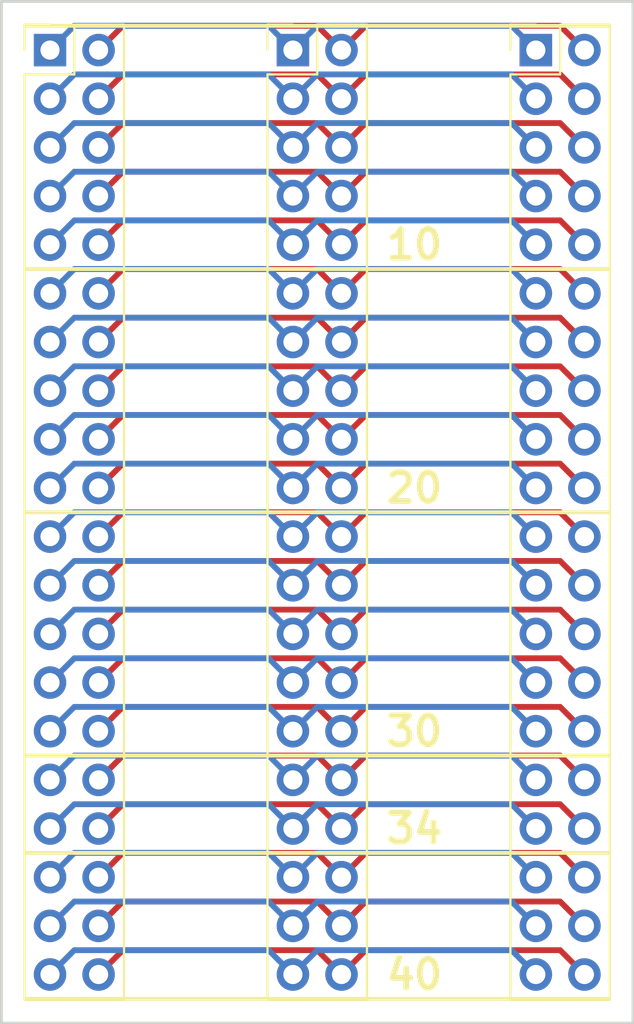
<source format=kicad_pcb>
(kicad_pcb (version 4) (host pcbnew 4.0.5)

  (general
    (links 80)
    (no_connects 0)
    (area 121.844999 93.904999 155.015001 147.395001)
    (thickness 1.6)
    (drawings 15)
    (tracks 241)
    (zones 0)
    (modules 3)
    (nets 41)
  )

  (page A4)
  (layers
    (0 F.Cu signal)
    (31 B.Cu signal)
    (32 B.Adhes user)
    (33 F.Adhes user)
    (34 B.Paste user)
    (35 F.Paste user)
    (36 B.SilkS user)
    (37 F.SilkS user)
    (38 B.Mask user)
    (39 F.Mask user)
    (40 Dwgs.User user)
    (41 Cmts.User user)
    (42 Eco1.User user)
    (43 Eco2.User user)
    (44 Edge.Cuts user)
    (45 Margin user)
    (46 B.CrtYd user)
    (47 F.CrtYd user)
    (48 B.Fab user)
    (49 F.Fab user)
  )

  (setup
    (last_trace_width 0.25)
    (user_trace_width 0.3048)
    (trace_clearance 0.2)
    (zone_clearance 0.508)
    (zone_45_only no)
    (trace_min 0.2)
    (segment_width 0.2)
    (edge_width 0.15)
    (via_size 0.6)
    (via_drill 0.4)
    (via_min_size 0.4)
    (via_min_drill 0.3)
    (uvia_size 0.3)
    (uvia_drill 0.1)
    (uvias_allowed no)
    (uvia_min_size 0.2)
    (uvia_min_drill 0.1)
    (pcb_text_width 0.3)
    (pcb_text_size 1.5 1.5)
    (mod_edge_width 0.15)
    (mod_text_size 1 1)
    (mod_text_width 0.15)
    (pad_size 1.524 1.524)
    (pad_drill 0.762)
    (pad_to_mask_clearance 0.2)
    (aux_axis_origin 0 0)
    (visible_elements FFFFFF7F)
    (pcbplotparams
      (layerselection 0x00030_80000001)
      (usegerberextensions false)
      (excludeedgelayer true)
      (linewidth 0.100000)
      (plotframeref false)
      (viasonmask false)
      (mode 1)
      (useauxorigin false)
      (hpglpennumber 1)
      (hpglpenspeed 20)
      (hpglpendiameter 15)
      (hpglpenoverlay 2)
      (psnegative false)
      (psa4output false)
      (plotreference true)
      (plotvalue true)
      (plotinvisibletext false)
      (padsonsilk false)
      (subtractmaskfromsilk false)
      (outputformat 1)
      (mirror false)
      (drillshape 1)
      (scaleselection 1)
      (outputdirectory ""))
  )

  (net 0 "")
  (net 1 p1)
  (net 2 p2)
  (net 3 p3)
  (net 4 p4)
  (net 5 p5)
  (net 6 p6)
  (net 7 p7)
  (net 8 p8)
  (net 9 p9)
  (net 10 p10)
  (net 11 p11)
  (net 12 p12)
  (net 13 p13)
  (net 14 p14)
  (net 15 p15)
  (net 16 p16)
  (net 17 p17)
  (net 18 p18)
  (net 19 p19)
  (net 20 p20)
  (net 21 p21)
  (net 22 p22)
  (net 23 p23)
  (net 24 p24)
  (net 25 p25)
  (net 26 p26)
  (net 27 p27)
  (net 28 p28)
  (net 29 p29)
  (net 30 p30)
  (net 31 p31)
  (net 32 p32)
  (net 33 p33)
  (net 34 p34)
  (net 35 p35)
  (net 36 p36)
  (net 37 p37)
  (net 38 p38)
  (net 39 p39)
  (net 40 p40)

  (net_class Default "This is the default net class."
    (clearance 0.2)
    (trace_width 0.25)
    (via_dia 0.6)
    (via_drill 0.4)
    (uvia_dia 0.3)
    (uvia_drill 0.1)
    (add_net p1)
    (add_net p10)
    (add_net p11)
    (add_net p12)
    (add_net p13)
    (add_net p14)
    (add_net p15)
    (add_net p16)
    (add_net p17)
    (add_net p18)
    (add_net p19)
    (add_net p2)
    (add_net p20)
    (add_net p21)
    (add_net p22)
    (add_net p23)
    (add_net p24)
    (add_net p25)
    (add_net p26)
    (add_net p27)
    (add_net p28)
    (add_net p29)
    (add_net p3)
    (add_net p30)
    (add_net p31)
    (add_net p32)
    (add_net p33)
    (add_net p34)
    (add_net p35)
    (add_net p36)
    (add_net p37)
    (add_net p38)
    (add_net p39)
    (add_net p4)
    (add_net p40)
    (add_net p5)
    (add_net p6)
    (add_net p7)
    (add_net p8)
    (add_net p9)
  )

  (module Pin_Headers:Pin_Header_Straight_2x20_Pitch2.54mm (layer F.Cu) (tedit 5E513FEF) (tstamp 5E513B2C)
    (at 124.46 96.52)
    (descr "Through hole straight pin header, 2x20, 2.54mm pitch, double rows")
    (tags "Through hole pin header THT 2x20 2.54mm double row")
    (path /5E513D1F)
    (fp_text reference P1 (at 5.08 0) (layer F.SilkS) hide
      (effects (font (size 1 1) (thickness 0.15)))
    )
    (fp_text value CONN_02X20 (at 5.08 3.81 90) (layer F.Fab)
      (effects (font (size 1 1) (thickness 0.15)))
    )
    (fp_line (start 0 -1.27) (end 3.81 -1.27) (layer F.Fab) (width 0.1))
    (fp_line (start 3.81 -1.27) (end 3.81 49.53) (layer F.Fab) (width 0.1))
    (fp_line (start 3.81 49.53) (end -1.27 49.53) (layer F.Fab) (width 0.1))
    (fp_line (start -1.27 49.53) (end -1.27 0) (layer F.Fab) (width 0.1))
    (fp_line (start -1.27 0) (end 0 -1.27) (layer F.Fab) (width 0.1))
    (fp_line (start -1.33 49.59) (end 3.87 49.59) (layer F.SilkS) (width 0.12))
    (fp_line (start -1.33 1.27) (end -1.33 49.59) (layer F.SilkS) (width 0.12))
    (fp_line (start 3.87 -1.33) (end 3.87 49.59) (layer F.SilkS) (width 0.12))
    (fp_line (start -1.33 1.27) (end 1.27 1.27) (layer F.SilkS) (width 0.12))
    (fp_line (start 1.27 1.27) (end 1.27 -1.33) (layer F.SilkS) (width 0.12))
    (fp_line (start 1.27 -1.33) (end 3.87 -1.33) (layer F.SilkS) (width 0.12))
    (fp_line (start -1.33 0) (end -1.33 -1.33) (layer F.SilkS) (width 0.12))
    (fp_line (start -1.33 -1.33) (end 0 -1.33) (layer F.SilkS) (width 0.12))
    (fp_line (start -1.8 -1.8) (end -1.8 50.05) (layer F.CrtYd) (width 0.05))
    (fp_line (start -1.8 50.05) (end 4.35 50.05) (layer F.CrtYd) (width 0.05))
    (fp_line (start 4.35 50.05) (end 4.35 -1.8) (layer F.CrtYd) (width 0.05))
    (fp_line (start 4.35 -1.8) (end -1.8 -1.8) (layer F.CrtYd) (width 0.05))
    (fp_text user %R (at 1.27 24.13 90) (layer F.Fab)
      (effects (font (size 1 1) (thickness 0.15)))
    )
    (pad 1 thru_hole rect (at 0 0) (size 1.7 1.7) (drill 1) (layers *.Cu *.Mask)
      (net 1 p1))
    (pad 2 thru_hole oval (at 2.54 0) (size 1.7 1.7) (drill 1) (layers *.Cu *.Mask)
      (net 2 p2))
    (pad 3 thru_hole oval (at 0 2.54) (size 1.7 1.7) (drill 1) (layers *.Cu *.Mask)
      (net 3 p3))
    (pad 4 thru_hole oval (at 2.54 2.54) (size 1.7 1.7) (drill 1) (layers *.Cu *.Mask)
      (net 4 p4))
    (pad 5 thru_hole oval (at 0 5.08) (size 1.7 1.7) (drill 1) (layers *.Cu *.Mask)
      (net 5 p5))
    (pad 6 thru_hole oval (at 2.54 5.08) (size 1.7 1.7) (drill 1) (layers *.Cu *.Mask)
      (net 6 p6))
    (pad 7 thru_hole oval (at 0 7.62) (size 1.7 1.7) (drill 1) (layers *.Cu *.Mask)
      (net 7 p7))
    (pad 8 thru_hole oval (at 2.54 7.62) (size 1.7 1.7) (drill 1) (layers *.Cu *.Mask)
      (net 8 p8))
    (pad 9 thru_hole oval (at 0 10.16) (size 1.7 1.7) (drill 1) (layers *.Cu *.Mask)
      (net 9 p9))
    (pad 10 thru_hole oval (at 2.54 10.16) (size 1.7 1.7) (drill 1) (layers *.Cu *.Mask)
      (net 10 p10))
    (pad 11 thru_hole oval (at 0 12.7) (size 1.7 1.7) (drill 1) (layers *.Cu *.Mask)
      (net 11 p11))
    (pad 12 thru_hole oval (at 2.54 12.7) (size 1.7 1.7) (drill 1) (layers *.Cu *.Mask)
      (net 12 p12))
    (pad 13 thru_hole oval (at 0 15.24) (size 1.7 1.7) (drill 1) (layers *.Cu *.Mask)
      (net 13 p13))
    (pad 14 thru_hole oval (at 2.54 15.24) (size 1.7 1.7) (drill 1) (layers *.Cu *.Mask)
      (net 14 p14))
    (pad 15 thru_hole oval (at 0 17.78) (size 1.7 1.7) (drill 1) (layers *.Cu *.Mask)
      (net 15 p15))
    (pad 16 thru_hole oval (at 2.54 17.78) (size 1.7 1.7) (drill 1) (layers *.Cu *.Mask)
      (net 16 p16))
    (pad 17 thru_hole oval (at 0 20.32) (size 1.7 1.7) (drill 1) (layers *.Cu *.Mask)
      (net 17 p17))
    (pad 18 thru_hole oval (at 2.54 20.32) (size 1.7 1.7) (drill 1) (layers *.Cu *.Mask)
      (net 18 p18))
    (pad 19 thru_hole oval (at 0 22.86) (size 1.7 1.7) (drill 1) (layers *.Cu *.Mask)
      (net 19 p19))
    (pad 20 thru_hole oval (at 2.54 22.86) (size 1.7 1.7) (drill 1) (layers *.Cu *.Mask)
      (net 20 p20))
    (pad 21 thru_hole oval (at 0 25.4) (size 1.7 1.7) (drill 1) (layers *.Cu *.Mask)
      (net 21 p21))
    (pad 22 thru_hole oval (at 2.54 25.4) (size 1.7 1.7) (drill 1) (layers *.Cu *.Mask)
      (net 22 p22))
    (pad 23 thru_hole oval (at 0 27.94) (size 1.7 1.7) (drill 1) (layers *.Cu *.Mask)
      (net 23 p23))
    (pad 24 thru_hole oval (at 2.54 27.94) (size 1.7 1.7) (drill 1) (layers *.Cu *.Mask)
      (net 24 p24))
    (pad 25 thru_hole oval (at 0 30.48) (size 1.7 1.7) (drill 1) (layers *.Cu *.Mask)
      (net 25 p25))
    (pad 26 thru_hole oval (at 2.54 30.48) (size 1.7 1.7) (drill 1) (layers *.Cu *.Mask)
      (net 26 p26))
    (pad 27 thru_hole oval (at 0 33.02) (size 1.7 1.7) (drill 1) (layers *.Cu *.Mask)
      (net 27 p27))
    (pad 28 thru_hole oval (at 2.54 33.02) (size 1.7 1.7) (drill 1) (layers *.Cu *.Mask)
      (net 28 p28))
    (pad 29 thru_hole oval (at 0 35.56) (size 1.7 1.7) (drill 1) (layers *.Cu *.Mask)
      (net 29 p29))
    (pad 30 thru_hole oval (at 2.54 35.56) (size 1.7 1.7) (drill 1) (layers *.Cu *.Mask)
      (net 30 p30))
    (pad 31 thru_hole oval (at 0 38.1) (size 1.7 1.7) (drill 1) (layers *.Cu *.Mask)
      (net 31 p31))
    (pad 32 thru_hole oval (at 2.54 38.1) (size 1.7 1.7) (drill 1) (layers *.Cu *.Mask)
      (net 32 p32))
    (pad 33 thru_hole oval (at 0 40.64) (size 1.7 1.7) (drill 1) (layers *.Cu *.Mask)
      (net 33 p33))
    (pad 34 thru_hole oval (at 2.54 40.64) (size 1.7 1.7) (drill 1) (layers *.Cu *.Mask)
      (net 34 p34))
    (pad 35 thru_hole oval (at 0 43.18) (size 1.7 1.7) (drill 1) (layers *.Cu *.Mask)
      (net 35 p35))
    (pad 36 thru_hole oval (at 2.54 43.18) (size 1.7 1.7) (drill 1) (layers *.Cu *.Mask)
      (net 36 p36))
    (pad 37 thru_hole oval (at 0 45.72) (size 1.7 1.7) (drill 1) (layers *.Cu *.Mask)
      (net 37 p37))
    (pad 38 thru_hole oval (at 2.54 45.72) (size 1.7 1.7) (drill 1) (layers *.Cu *.Mask)
      (net 38 p38))
    (pad 39 thru_hole oval (at 0 48.26) (size 1.7 1.7) (drill 1) (layers *.Cu *.Mask)
      (net 39 p39))
    (pad 40 thru_hole oval (at 2.54 48.26) (size 1.7 1.7) (drill 1) (layers *.Cu *.Mask)
      (net 40 p40))
    (model ${KISYS3DMOD}/Pin_Headers.3dshapes/Pin_Header_Straight_2x20_Pitch2.54mm.wrl
      (at (xyz 0 0 0))
      (scale (xyz 1 1 1))
      (rotate (xyz 0 0 0))
    )
  )

  (module Pin_Headers:Pin_Header_Straight_2x20_Pitch2.54mm (layer F.Cu) (tedit 5E513FE8) (tstamp 5E513B58)
    (at 137.16 96.52)
    (descr "Through hole straight pin header, 2x20, 2.54mm pitch, double rows")
    (tags "Through hole pin header THT 2x20 2.54mm double row")
    (path /5E51380B)
    (fp_text reference P2 (at -2.54 0) (layer F.SilkS) hide
      (effects (font (size 1 1) (thickness 0.15)))
    )
    (fp_text value CONN_02X20 (at 5.08 3.81 90) (layer F.Fab)
      (effects (font (size 1 1) (thickness 0.15)))
    )
    (fp_line (start 0 -1.27) (end 3.81 -1.27) (layer F.Fab) (width 0.1))
    (fp_line (start 3.81 -1.27) (end 3.81 49.53) (layer F.Fab) (width 0.1))
    (fp_line (start 3.81 49.53) (end -1.27 49.53) (layer F.Fab) (width 0.1))
    (fp_line (start -1.27 49.53) (end -1.27 0) (layer F.Fab) (width 0.1))
    (fp_line (start -1.27 0) (end 0 -1.27) (layer F.Fab) (width 0.1))
    (fp_line (start -1.33 49.59) (end 3.87 49.59) (layer F.SilkS) (width 0.12))
    (fp_line (start -1.33 1.27) (end -1.33 49.59) (layer F.SilkS) (width 0.12))
    (fp_line (start 3.87 -1.33) (end 3.87 49.59) (layer F.SilkS) (width 0.12))
    (fp_line (start -1.33 1.27) (end 1.27 1.27) (layer F.SilkS) (width 0.12))
    (fp_line (start 1.27 1.27) (end 1.27 -1.33) (layer F.SilkS) (width 0.12))
    (fp_line (start 1.27 -1.33) (end 3.87 -1.33) (layer F.SilkS) (width 0.12))
    (fp_line (start -1.33 0) (end -1.33 -1.33) (layer F.SilkS) (width 0.12))
    (fp_line (start -1.33 -1.33) (end 0 -1.33) (layer F.SilkS) (width 0.12))
    (fp_line (start -1.8 -1.8) (end -1.8 50.05) (layer F.CrtYd) (width 0.05))
    (fp_line (start -1.8 50.05) (end 4.35 50.05) (layer F.CrtYd) (width 0.05))
    (fp_line (start 4.35 50.05) (end 4.35 -1.8) (layer F.CrtYd) (width 0.05))
    (fp_line (start 4.35 -1.8) (end -1.8 -1.8) (layer F.CrtYd) (width 0.05))
    (fp_text user %R (at 1.27 24.13 90) (layer F.Fab)
      (effects (font (size 1 1) (thickness 0.15)))
    )
    (pad 1 thru_hole rect (at 0 0) (size 1.7 1.7) (drill 1) (layers *.Cu *.Mask)
      (net 1 p1))
    (pad 2 thru_hole oval (at 2.54 0) (size 1.7 1.7) (drill 1) (layers *.Cu *.Mask)
      (net 2 p2))
    (pad 3 thru_hole oval (at 0 2.54) (size 1.7 1.7) (drill 1) (layers *.Cu *.Mask)
      (net 3 p3))
    (pad 4 thru_hole oval (at 2.54 2.54) (size 1.7 1.7) (drill 1) (layers *.Cu *.Mask)
      (net 4 p4))
    (pad 5 thru_hole oval (at 0 5.08) (size 1.7 1.7) (drill 1) (layers *.Cu *.Mask)
      (net 5 p5))
    (pad 6 thru_hole oval (at 2.54 5.08) (size 1.7 1.7) (drill 1) (layers *.Cu *.Mask)
      (net 6 p6))
    (pad 7 thru_hole oval (at 0 7.62) (size 1.7 1.7) (drill 1) (layers *.Cu *.Mask)
      (net 7 p7))
    (pad 8 thru_hole oval (at 2.54 7.62) (size 1.7 1.7) (drill 1) (layers *.Cu *.Mask)
      (net 8 p8))
    (pad 9 thru_hole oval (at 0 10.16) (size 1.7 1.7) (drill 1) (layers *.Cu *.Mask)
      (net 9 p9))
    (pad 10 thru_hole oval (at 2.54 10.16) (size 1.7 1.7) (drill 1) (layers *.Cu *.Mask)
      (net 10 p10))
    (pad 11 thru_hole oval (at 0 12.7) (size 1.7 1.7) (drill 1) (layers *.Cu *.Mask)
      (net 11 p11))
    (pad 12 thru_hole oval (at 2.54 12.7) (size 1.7 1.7) (drill 1) (layers *.Cu *.Mask)
      (net 12 p12))
    (pad 13 thru_hole oval (at 0 15.24) (size 1.7 1.7) (drill 1) (layers *.Cu *.Mask)
      (net 13 p13))
    (pad 14 thru_hole oval (at 2.54 15.24) (size 1.7 1.7) (drill 1) (layers *.Cu *.Mask)
      (net 14 p14))
    (pad 15 thru_hole oval (at 0 17.78) (size 1.7 1.7) (drill 1) (layers *.Cu *.Mask)
      (net 15 p15))
    (pad 16 thru_hole oval (at 2.54 17.78) (size 1.7 1.7) (drill 1) (layers *.Cu *.Mask)
      (net 16 p16))
    (pad 17 thru_hole oval (at 0 20.32) (size 1.7 1.7) (drill 1) (layers *.Cu *.Mask)
      (net 17 p17))
    (pad 18 thru_hole oval (at 2.54 20.32) (size 1.7 1.7) (drill 1) (layers *.Cu *.Mask)
      (net 18 p18))
    (pad 19 thru_hole oval (at 0 22.86) (size 1.7 1.7) (drill 1) (layers *.Cu *.Mask)
      (net 19 p19))
    (pad 20 thru_hole oval (at 2.54 22.86) (size 1.7 1.7) (drill 1) (layers *.Cu *.Mask)
      (net 20 p20))
    (pad 21 thru_hole oval (at 0 25.4) (size 1.7 1.7) (drill 1) (layers *.Cu *.Mask)
      (net 21 p21))
    (pad 22 thru_hole oval (at 2.54 25.4) (size 1.7 1.7) (drill 1) (layers *.Cu *.Mask)
      (net 22 p22))
    (pad 23 thru_hole oval (at 0 27.94) (size 1.7 1.7) (drill 1) (layers *.Cu *.Mask)
      (net 23 p23))
    (pad 24 thru_hole oval (at 2.54 27.94) (size 1.7 1.7) (drill 1) (layers *.Cu *.Mask)
      (net 24 p24))
    (pad 25 thru_hole oval (at 0 30.48) (size 1.7 1.7) (drill 1) (layers *.Cu *.Mask)
      (net 25 p25))
    (pad 26 thru_hole oval (at 2.54 30.48) (size 1.7 1.7) (drill 1) (layers *.Cu *.Mask)
      (net 26 p26))
    (pad 27 thru_hole oval (at 0 33.02) (size 1.7 1.7) (drill 1) (layers *.Cu *.Mask)
      (net 27 p27))
    (pad 28 thru_hole oval (at 2.54 33.02) (size 1.7 1.7) (drill 1) (layers *.Cu *.Mask)
      (net 28 p28))
    (pad 29 thru_hole oval (at 0 35.56) (size 1.7 1.7) (drill 1) (layers *.Cu *.Mask)
      (net 29 p29))
    (pad 30 thru_hole oval (at 2.54 35.56) (size 1.7 1.7) (drill 1) (layers *.Cu *.Mask)
      (net 30 p30))
    (pad 31 thru_hole oval (at 0 38.1) (size 1.7 1.7) (drill 1) (layers *.Cu *.Mask)
      (net 31 p31))
    (pad 32 thru_hole oval (at 2.54 38.1) (size 1.7 1.7) (drill 1) (layers *.Cu *.Mask)
      (net 32 p32))
    (pad 33 thru_hole oval (at 0 40.64) (size 1.7 1.7) (drill 1) (layers *.Cu *.Mask)
      (net 33 p33))
    (pad 34 thru_hole oval (at 2.54 40.64) (size 1.7 1.7) (drill 1) (layers *.Cu *.Mask)
      (net 34 p34))
    (pad 35 thru_hole oval (at 0 43.18) (size 1.7 1.7) (drill 1) (layers *.Cu *.Mask)
      (net 35 p35))
    (pad 36 thru_hole oval (at 2.54 43.18) (size 1.7 1.7) (drill 1) (layers *.Cu *.Mask)
      (net 36 p36))
    (pad 37 thru_hole oval (at 0 45.72) (size 1.7 1.7) (drill 1) (layers *.Cu *.Mask)
      (net 37 p37))
    (pad 38 thru_hole oval (at 2.54 45.72) (size 1.7 1.7) (drill 1) (layers *.Cu *.Mask)
      (net 38 p38))
    (pad 39 thru_hole oval (at 0 48.26) (size 1.7 1.7) (drill 1) (layers *.Cu *.Mask)
      (net 39 p39))
    (pad 40 thru_hole oval (at 2.54 48.26) (size 1.7 1.7) (drill 1) (layers *.Cu *.Mask)
      (net 40 p40))
    (model ${KISYS3DMOD}/Pin_Headers.3dshapes/Pin_Header_Straight_2x20_Pitch2.54mm.wrl
      (at (xyz 0 0 0))
      (scale (xyz 1 1 1))
      (rotate (xyz 0 0 0))
    )
  )

  (module Pin_Headers:Pin_Header_Straight_2x20_Pitch2.54mm (layer F.Cu) (tedit 5E513FF7) (tstamp 5E513B84)
    (at 149.86 96.52)
    (descr "Through hole straight pin header, 2x20, 2.54mm pitch, double rows")
    (tags "Through hole pin header THT 2x20 2.54mm double row")
    (path /5E513D99)
    (fp_text reference P3 (at -2.54 0) (layer F.SilkS) hide
      (effects (font (size 1 1) (thickness 0.15)))
    )
    (fp_text value CONN_02X20 (at -2.54 3.81 90) (layer F.Fab)
      (effects (font (size 1 1) (thickness 0.15)))
    )
    (fp_line (start 0 -1.27) (end 3.81 -1.27) (layer F.Fab) (width 0.1))
    (fp_line (start 3.81 -1.27) (end 3.81 49.53) (layer F.Fab) (width 0.1))
    (fp_line (start 3.81 49.53) (end -1.27 49.53) (layer F.Fab) (width 0.1))
    (fp_line (start -1.27 49.53) (end -1.27 0) (layer F.Fab) (width 0.1))
    (fp_line (start -1.27 0) (end 0 -1.27) (layer F.Fab) (width 0.1))
    (fp_line (start -1.33 49.59) (end 3.87 49.59) (layer F.SilkS) (width 0.12))
    (fp_line (start -1.33 1.27) (end -1.33 49.59) (layer F.SilkS) (width 0.12))
    (fp_line (start 3.87 -1.33) (end 3.87 49.59) (layer F.SilkS) (width 0.12))
    (fp_line (start -1.33 1.27) (end 1.27 1.27) (layer F.SilkS) (width 0.12))
    (fp_line (start 1.27 1.27) (end 1.27 -1.33) (layer F.SilkS) (width 0.12))
    (fp_line (start 1.27 -1.33) (end 3.87 -1.33) (layer F.SilkS) (width 0.12))
    (fp_line (start -1.33 0) (end -1.33 -1.33) (layer F.SilkS) (width 0.12))
    (fp_line (start -1.33 -1.33) (end 0 -1.33) (layer F.SilkS) (width 0.12))
    (fp_line (start -1.8 -1.8) (end -1.8 50.05) (layer F.CrtYd) (width 0.05))
    (fp_line (start -1.8 50.05) (end 4.35 50.05) (layer F.CrtYd) (width 0.05))
    (fp_line (start 4.35 50.05) (end 4.35 -1.8) (layer F.CrtYd) (width 0.05))
    (fp_line (start 4.35 -1.8) (end -1.8 -1.8) (layer F.CrtYd) (width 0.05))
    (fp_text user %R (at 1.27 24.13 90) (layer F.Fab)
      (effects (font (size 1 1) (thickness 0.15)))
    )
    (pad 1 thru_hole rect (at 0 0) (size 1.7 1.7) (drill 1) (layers *.Cu *.Mask)
      (net 1 p1))
    (pad 2 thru_hole oval (at 2.54 0) (size 1.7 1.7) (drill 1) (layers *.Cu *.Mask)
      (net 2 p2))
    (pad 3 thru_hole oval (at 0 2.54) (size 1.7 1.7) (drill 1) (layers *.Cu *.Mask)
      (net 3 p3))
    (pad 4 thru_hole oval (at 2.54 2.54) (size 1.7 1.7) (drill 1) (layers *.Cu *.Mask)
      (net 4 p4))
    (pad 5 thru_hole oval (at 0 5.08) (size 1.7 1.7) (drill 1) (layers *.Cu *.Mask)
      (net 5 p5))
    (pad 6 thru_hole oval (at 2.54 5.08) (size 1.7 1.7) (drill 1) (layers *.Cu *.Mask)
      (net 6 p6))
    (pad 7 thru_hole oval (at 0 7.62) (size 1.7 1.7) (drill 1) (layers *.Cu *.Mask)
      (net 7 p7))
    (pad 8 thru_hole oval (at 2.54 7.62) (size 1.7 1.7) (drill 1) (layers *.Cu *.Mask)
      (net 8 p8))
    (pad 9 thru_hole oval (at 0 10.16) (size 1.7 1.7) (drill 1) (layers *.Cu *.Mask)
      (net 9 p9))
    (pad 10 thru_hole oval (at 2.54 10.16) (size 1.7 1.7) (drill 1) (layers *.Cu *.Mask)
      (net 10 p10))
    (pad 11 thru_hole oval (at 0 12.7) (size 1.7 1.7) (drill 1) (layers *.Cu *.Mask)
      (net 11 p11))
    (pad 12 thru_hole oval (at 2.54 12.7) (size 1.7 1.7) (drill 1) (layers *.Cu *.Mask)
      (net 12 p12))
    (pad 13 thru_hole oval (at 0 15.24) (size 1.7 1.7) (drill 1) (layers *.Cu *.Mask)
      (net 13 p13))
    (pad 14 thru_hole oval (at 2.54 15.24) (size 1.7 1.7) (drill 1) (layers *.Cu *.Mask)
      (net 14 p14))
    (pad 15 thru_hole oval (at 0 17.78) (size 1.7 1.7) (drill 1) (layers *.Cu *.Mask)
      (net 15 p15))
    (pad 16 thru_hole oval (at 2.54 17.78) (size 1.7 1.7) (drill 1) (layers *.Cu *.Mask)
      (net 16 p16))
    (pad 17 thru_hole oval (at 0 20.32) (size 1.7 1.7) (drill 1) (layers *.Cu *.Mask)
      (net 17 p17))
    (pad 18 thru_hole oval (at 2.54 20.32) (size 1.7 1.7) (drill 1) (layers *.Cu *.Mask)
      (net 18 p18))
    (pad 19 thru_hole oval (at 0 22.86) (size 1.7 1.7) (drill 1) (layers *.Cu *.Mask)
      (net 19 p19))
    (pad 20 thru_hole oval (at 2.54 22.86) (size 1.7 1.7) (drill 1) (layers *.Cu *.Mask)
      (net 20 p20))
    (pad 21 thru_hole oval (at 0 25.4) (size 1.7 1.7) (drill 1) (layers *.Cu *.Mask)
      (net 21 p21))
    (pad 22 thru_hole oval (at 2.54 25.4) (size 1.7 1.7) (drill 1) (layers *.Cu *.Mask)
      (net 22 p22))
    (pad 23 thru_hole oval (at 0 27.94) (size 1.7 1.7) (drill 1) (layers *.Cu *.Mask)
      (net 23 p23))
    (pad 24 thru_hole oval (at 2.54 27.94) (size 1.7 1.7) (drill 1) (layers *.Cu *.Mask)
      (net 24 p24))
    (pad 25 thru_hole oval (at 0 30.48) (size 1.7 1.7) (drill 1) (layers *.Cu *.Mask)
      (net 25 p25))
    (pad 26 thru_hole oval (at 2.54 30.48) (size 1.7 1.7) (drill 1) (layers *.Cu *.Mask)
      (net 26 p26))
    (pad 27 thru_hole oval (at 0 33.02) (size 1.7 1.7) (drill 1) (layers *.Cu *.Mask)
      (net 27 p27))
    (pad 28 thru_hole oval (at 2.54 33.02) (size 1.7 1.7) (drill 1) (layers *.Cu *.Mask)
      (net 28 p28))
    (pad 29 thru_hole oval (at 0 35.56) (size 1.7 1.7) (drill 1) (layers *.Cu *.Mask)
      (net 29 p29))
    (pad 30 thru_hole oval (at 2.54 35.56) (size 1.7 1.7) (drill 1) (layers *.Cu *.Mask)
      (net 30 p30))
    (pad 31 thru_hole oval (at 0 38.1) (size 1.7 1.7) (drill 1) (layers *.Cu *.Mask)
      (net 31 p31))
    (pad 32 thru_hole oval (at 2.54 38.1) (size 1.7 1.7) (drill 1) (layers *.Cu *.Mask)
      (net 32 p32))
    (pad 33 thru_hole oval (at 0 40.64) (size 1.7 1.7) (drill 1) (layers *.Cu *.Mask)
      (net 33 p33))
    (pad 34 thru_hole oval (at 2.54 40.64) (size 1.7 1.7) (drill 1) (layers *.Cu *.Mask)
      (net 34 p34))
    (pad 35 thru_hole oval (at 0 43.18) (size 1.7 1.7) (drill 1) (layers *.Cu *.Mask)
      (net 35 p35))
    (pad 36 thru_hole oval (at 2.54 43.18) (size 1.7 1.7) (drill 1) (layers *.Cu *.Mask)
      (net 36 p36))
    (pad 37 thru_hole oval (at 0 45.72) (size 1.7 1.7) (drill 1) (layers *.Cu *.Mask)
      (net 37 p37))
    (pad 38 thru_hole oval (at 2.54 45.72) (size 1.7 1.7) (drill 1) (layers *.Cu *.Mask)
      (net 38 p38))
    (pad 39 thru_hole oval (at 0 48.26) (size 1.7 1.7) (drill 1) (layers *.Cu *.Mask)
      (net 39 p39))
    (pad 40 thru_hole oval (at 2.54 48.26) (size 1.7 1.7) (drill 1) (layers *.Cu *.Mask)
      (net 40 p40))
    (model ${KISYS3DMOD}/Pin_Headers.3dshapes/Pin_Header_Straight_2x20_Pitch2.54mm.wrl
      (at (xyz 0 0 0))
      (scale (xyz 1 1 1))
      (rotate (xyz 0 0 0))
    )
  )

  (gr_text 34 (at 143.51 137.16) (layer F.SilkS)
    (effects (font (size 1.5 1.5) (thickness 0.3)))
  )
  (gr_text 40 (at 143.51 144.78) (layer F.SilkS)
    (effects (font (size 1.5 1.5) (thickness 0.3)))
  )
  (gr_text 30 (at 143.51 132.08) (layer F.SilkS)
    (effects (font (size 1.5 1.5) (thickness 0.3)))
  )
  (gr_text 20 (at 143.51 119.38) (layer F.SilkS)
    (effects (font (size 1.5 1.5) (thickness 0.3)))
  )
  (gr_text 10 (at 143.51 106.68) (layer F.SilkS)
    (effects (font (size 1.5 1.5) (thickness 0.3)))
  )
  (gr_line (start 123.19 146.05) (end 153.67 146.05) (angle 90) (layer F.SilkS) (width 0.2))
  (gr_line (start 123.19 95.25) (end 153.67 95.25) (angle 90) (layer F.SilkS) (width 0.2))
  (gr_line (start 123.19 138.43) (end 153.67 138.43) (angle 90) (layer F.SilkS) (width 0.2))
  (gr_line (start 123.19 133.35) (end 153.67 133.35) (angle 90) (layer F.SilkS) (width 0.2))
  (gr_line (start 123.19 120.65) (end 153.67 120.65) (angle 90) (layer F.SilkS) (width 0.2))
  (gr_line (start 123.19 107.95) (end 153.67 107.95) (angle 90) (layer F.SilkS) (width 0.2))
  (gr_line (start 121.92 93.98) (end 121.92 147.32) (angle 90) (layer Edge.Cuts) (width 0.15))
  (gr_line (start 154.94 93.98) (end 121.92 93.98) (angle 90) (layer Edge.Cuts) (width 0.15))
  (gr_line (start 154.94 147.32) (end 154.94 93.98) (angle 90) (layer Edge.Cuts) (width 0.15))
  (gr_line (start 121.92 147.32) (end 154.94 147.32) (angle 90) (layer Edge.Cuts) (width 0.15))

  (segment (start 124.46 96.52) (end 125.73 95.25) (width 0.3048) (layer B.Cu) (net 1))
  (segment (start 135.89 95.25) (end 137.16 96.52) (width 0.3048) (layer B.Cu) (net 1) (tstamp 5E513DD0))
  (segment (start 125.73 95.25) (end 135.89 95.25) (width 0.3048) (layer B.Cu) (net 1) (tstamp 5E513DCF))
  (segment (start 137.16 96.52) (end 138.43 95.25) (width 0.3048) (layer B.Cu) (net 1) (tstamp 5E513DD1))
  (segment (start 138.43 95.25) (end 148.59 95.25) (width 0.3048) (layer B.Cu) (net 1) (tstamp 5E513DD2))
  (segment (start 148.59 95.25) (end 149.86 96.52) (width 0.3048) (layer B.Cu) (net 1) (tstamp 5E513DD3))
  (segment (start 139.7 96.52) (end 140.97 95.25) (width 0.3048) (layer F.Cu) (net 2))
  (segment (start 151.13 95.25) (end 152.4 96.52) (width 0.3048) (layer F.Cu) (net 2) (tstamp 5E513D44))
  (segment (start 140.97 95.25) (end 151.13 95.25) (width 0.3048) (layer F.Cu) (net 2) (tstamp 5E513D43))
  (segment (start 127 96.52) (end 128.27 95.25) (width 0.3048) (layer F.Cu) (net 2))
  (segment (start 138.43 95.25) (end 139.7 96.52) (width 0.3048) (layer F.Cu) (net 2) (tstamp 5E513D40))
  (segment (start 128.27 95.25) (end 138.43 95.25) (width 0.3048) (layer F.Cu) (net 2) (tstamp 5E513D3F))
  (segment (start 124.46 99.06) (end 125.73 97.79) (width 0.3048) (layer B.Cu) (net 3))
  (segment (start 135.89 97.79) (end 137.16 99.06) (width 0.3048) (layer B.Cu) (net 3) (tstamp 5E513DD7))
  (segment (start 125.73 97.79) (end 135.89 97.79) (width 0.3048) (layer B.Cu) (net 3) (tstamp 5E513DD6))
  (segment (start 137.16 99.06) (end 138.43 97.79) (width 0.3048) (layer B.Cu) (net 3) (tstamp 5E513DD8))
  (segment (start 138.43 97.79) (end 148.59 97.79) (width 0.3048) (layer B.Cu) (net 3) (tstamp 5E513DD9))
  (segment (start 148.59 97.79) (end 149.86 99.06) (width 0.3048) (layer B.Cu) (net 3) (tstamp 5E513DDA))
  (segment (start 139.7 99.06) (end 140.97 97.79) (width 0.3048) (layer F.Cu) (net 4))
  (segment (start 151.13 97.79) (end 152.4 99.06) (width 0.3048) (layer F.Cu) (net 4) (tstamp 5E513D4D))
  (segment (start 140.97 97.79) (end 151.13 97.79) (width 0.3048) (layer F.Cu) (net 4) (tstamp 5E513D4C))
  (segment (start 139.7 99.06) (end 138.43 97.79) (width 0.3048) (layer F.Cu) (net 4))
  (segment (start 128.27 97.79) (end 138.43 97.79) (width 0.3048) (layer F.Cu) (net 4) (tstamp 5E513D47))
  (segment (start 128.27 97.79) (end 127 99.06) (width 0.3048) (layer F.Cu) (net 4))
  (segment (start 124.46 101.6) (end 125.73 100.33) (width 0.3048) (layer B.Cu) (net 5))
  (segment (start 135.89 100.33) (end 137.16 101.6) (width 0.3048) (layer B.Cu) (net 5) (tstamp 5E513DDE))
  (segment (start 125.73 100.33) (end 135.89 100.33) (width 0.3048) (layer B.Cu) (net 5) (tstamp 5E513DDD))
  (segment (start 137.16 101.6) (end 138.43 100.33) (width 0.3048) (layer B.Cu) (net 5) (tstamp 5E513DDF))
  (segment (start 138.43 100.33) (end 148.59 100.33) (width 0.3048) (layer B.Cu) (net 5) (tstamp 5E513DE0))
  (segment (start 148.59 100.33) (end 149.86 101.6) (width 0.3048) (layer B.Cu) (net 5) (tstamp 5E513DE1))
  (segment (start 127 101.6) (end 128.27 100.33) (width 0.3048) (layer F.Cu) (net 6))
  (segment (start 138.43 100.33) (end 139.7 101.6) (width 0.3048) (layer F.Cu) (net 6) (tstamp 5E513D51))
  (segment (start 128.27 100.33) (end 138.43 100.33) (width 0.3048) (layer F.Cu) (net 6) (tstamp 5E513D50))
  (segment (start 139.7 101.6) (end 140.97 100.33) (width 0.3048) (layer F.Cu) (net 6) (tstamp 5E513D52))
  (segment (start 140.97 100.33) (end 151.13 100.33) (width 0.3048) (layer F.Cu) (net 6) (tstamp 5E513D53))
  (segment (start 151.13 100.33) (end 152.4 101.6) (width 0.3048) (layer F.Cu) (net 6) (tstamp 5E513D54))
  (segment (start 124.46 104.14) (end 125.73 102.87) (width 0.3048) (layer B.Cu) (net 7))
  (segment (start 135.89 102.87) (end 137.16 104.14) (width 0.3048) (layer B.Cu) (net 7) (tstamp 5E513DE5))
  (segment (start 125.73 102.87) (end 135.89 102.87) (width 0.3048) (layer B.Cu) (net 7) (tstamp 5E513DE4))
  (segment (start 137.16 104.14) (end 138.43 102.87) (width 0.3048) (layer B.Cu) (net 7) (tstamp 5E513DE6))
  (segment (start 138.43 102.87) (end 148.59 102.87) (width 0.3048) (layer B.Cu) (net 7) (tstamp 5E513DE7))
  (segment (start 148.59 102.87) (end 149.86 104.14) (width 0.3048) (layer B.Cu) (net 7) (tstamp 5E513DE8))
  (segment (start 127 104.14) (end 128.27 102.87) (width 0.3048) (layer F.Cu) (net 8))
  (segment (start 138.43 102.87) (end 139.7 104.14) (width 0.3048) (layer F.Cu) (net 8) (tstamp 5E513D59))
  (segment (start 128.27 102.87) (end 138.43 102.87) (width 0.3048) (layer F.Cu) (net 8) (tstamp 5E513D58))
  (segment (start 139.7 104.14) (end 140.97 102.87) (width 0.3048) (layer F.Cu) (net 8) (tstamp 5E513D5A))
  (segment (start 140.97 102.87) (end 151.13 102.87) (width 0.3048) (layer F.Cu) (net 8) (tstamp 5E513D5B))
  (segment (start 151.13 102.87) (end 152.4 104.14) (width 0.3048) (layer F.Cu) (net 8) (tstamp 5E513D5C))
  (segment (start 124.46 106.68) (end 125.73 105.41) (width 0.3048) (layer B.Cu) (net 9))
  (segment (start 135.89 105.41) (end 137.16 106.68) (width 0.3048) (layer B.Cu) (net 9) (tstamp 5E513DEC))
  (segment (start 125.73 105.41) (end 135.89 105.41) (width 0.3048) (layer B.Cu) (net 9) (tstamp 5E513DEB))
  (segment (start 137.16 106.68) (end 138.43 105.41) (width 0.3048) (layer B.Cu) (net 9) (tstamp 5E513DED))
  (segment (start 138.43 105.41) (end 148.59 105.41) (width 0.3048) (layer B.Cu) (net 9) (tstamp 5E513DEE))
  (segment (start 148.59 105.41) (end 149.86 106.68) (width 0.3048) (layer B.Cu) (net 9) (tstamp 5E513DEF))
  (segment (start 127 106.68) (end 128.27 105.41) (width 0.3048) (layer F.Cu) (net 10))
  (segment (start 138.43 105.41) (end 139.7 106.68) (width 0.3048) (layer F.Cu) (net 10) (tstamp 5E513D60))
  (segment (start 128.27 105.41) (end 138.43 105.41) (width 0.3048) (layer F.Cu) (net 10) (tstamp 5E513D5F))
  (segment (start 139.7 106.68) (end 140.97 105.41) (width 0.3048) (layer F.Cu) (net 10) (tstamp 5E513D61))
  (segment (start 140.97 105.41) (end 151.13 105.41) (width 0.3048) (layer F.Cu) (net 10) (tstamp 5E513D62))
  (segment (start 151.13 105.41) (end 152.4 106.68) (width 0.3048) (layer F.Cu) (net 10) (tstamp 5E513D63))
  (segment (start 124.46 109.22) (end 125.73 107.95) (width 0.3048) (layer B.Cu) (net 11))
  (segment (start 125.73 107.95) (end 135.89 107.95) (width 0.3048) (layer B.Cu) (net 11) (tstamp 5E513DF8))
  (segment (start 135.89 107.95) (end 137.16 109.22) (width 0.3048) (layer B.Cu) (net 11) (tstamp 5E513DF9))
  (segment (start 137.16 109.22) (end 138.43 107.95) (width 0.3048) (layer B.Cu) (net 11) (tstamp 5E513DFA))
  (segment (start 138.43 107.95) (end 148.59 107.95) (width 0.3048) (layer B.Cu) (net 11) (tstamp 5E513DFB))
  (segment (start 148.59 107.95) (end 149.86 109.22) (width 0.3048) (layer B.Cu) (net 11) (tstamp 5E513DFC))
  (segment (start 125.73 107.95) (end 135.89 107.95) (width 0.3048) (layer B.Cu) (net 11) (tstamp 5E513DF2))
  (segment (start 127 109.22) (end 128.27 107.95) (width 0.3048) (layer F.Cu) (net 12))
  (segment (start 138.43 107.95) (end 139.7 109.22) (width 0.3048) (layer F.Cu) (net 12) (tstamp 5E513D67))
  (segment (start 128.27 107.95) (end 138.43 107.95) (width 0.3048) (layer F.Cu) (net 12) (tstamp 5E513D66))
  (segment (start 139.7 109.22) (end 140.97 107.95) (width 0.3048) (layer F.Cu) (net 12) (tstamp 5E513D68))
  (segment (start 140.97 107.95) (end 151.13 107.95) (width 0.3048) (layer F.Cu) (net 12) (tstamp 5E513D69))
  (segment (start 151.13 107.95) (end 152.4 109.22) (width 0.3048) (layer F.Cu) (net 12) (tstamp 5E513D6A))
  (segment (start 124.46 111.76) (end 125.73 110.49) (width 0.3048) (layer B.Cu) (net 13))
  (segment (start 135.89 110.49) (end 137.16 111.76) (width 0.3048) (layer B.Cu) (net 13) (tstamp 5E513E00))
  (segment (start 125.73 110.49) (end 135.89 110.49) (width 0.3048) (layer B.Cu) (net 13) (tstamp 5E513DFF))
  (segment (start 137.16 111.76) (end 138.43 110.49) (width 0.3048) (layer B.Cu) (net 13) (tstamp 5E513E01))
  (segment (start 138.43 110.49) (end 148.59 110.49) (width 0.3048) (layer B.Cu) (net 13) (tstamp 5E513E02))
  (segment (start 148.59 110.49) (end 149.86 111.76) (width 0.3048) (layer B.Cu) (net 13) (tstamp 5E513E03))
  (segment (start 127 111.76) (end 128.27 110.49) (width 0.3048) (layer F.Cu) (net 14))
  (segment (start 138.43 110.49) (end 139.7 111.76) (width 0.3048) (layer F.Cu) (net 14) (tstamp 5E513D6E))
  (segment (start 128.27 110.49) (end 138.43 110.49) (width 0.3048) (layer F.Cu) (net 14) (tstamp 5E513D6D))
  (segment (start 139.7 111.76) (end 140.97 110.49) (width 0.3048) (layer F.Cu) (net 14) (tstamp 5E513D6F))
  (segment (start 140.97 110.49) (end 151.13 110.49) (width 0.3048) (layer F.Cu) (net 14) (tstamp 5E513D70))
  (segment (start 151.13 110.49) (end 152.4 111.76) (width 0.3048) (layer F.Cu) (net 14) (tstamp 5E513D71))
  (segment (start 149.86 114.3) (end 148.59 113.03) (width 0.3048) (layer B.Cu) (net 15))
  (segment (start 138.43 113.03) (end 148.59 113.03) (width 0.3048) (layer B.Cu) (net 15) (tstamp 5E513E09))
  (segment (start 138.43 113.03) (end 137.16 114.3) (width 0.3048) (layer B.Cu) (net 15) (tstamp 5E513E08))
  (segment (start 124.46 114.3) (end 125.73 113.03) (width 0.3048) (layer B.Cu) (net 15))
  (segment (start 135.89 113.03) (end 137.16 114.3) (width 0.3048) (layer B.Cu) (net 15) (tstamp 5E513E07))
  (segment (start 125.73 113.03) (end 135.89 113.03) (width 0.3048) (layer B.Cu) (net 15) (tstamp 5E513E06))
  (segment (start 127 114.3) (end 128.27 113.03) (width 0.3048) (layer F.Cu) (net 16))
  (segment (start 138.43 113.03) (end 139.7 114.3) (width 0.3048) (layer F.Cu) (net 16) (tstamp 5E513D75))
  (segment (start 128.27 113.03) (end 138.43 113.03) (width 0.3048) (layer F.Cu) (net 16) (tstamp 5E513D74))
  (segment (start 139.7 114.3) (end 140.97 113.03) (width 0.3048) (layer F.Cu) (net 16) (tstamp 5E513D76))
  (segment (start 140.97 113.03) (end 151.13 113.03) (width 0.3048) (layer F.Cu) (net 16) (tstamp 5E513D77))
  (segment (start 151.13 113.03) (end 152.4 114.3) (width 0.3048) (layer F.Cu) (net 16) (tstamp 5E513D78))
  (segment (start 124.46 116.84) (end 125.73 115.57) (width 0.3048) (layer B.Cu) (net 17))
  (segment (start 135.89 115.57) (end 137.16 116.84) (width 0.3048) (layer B.Cu) (net 17) (tstamp 5E513E0F))
  (segment (start 125.73 115.57) (end 135.89 115.57) (width 0.3048) (layer B.Cu) (net 17) (tstamp 5E513E0E))
  (segment (start 137.16 116.84) (end 138.43 115.57) (width 0.3048) (layer B.Cu) (net 17) (tstamp 5E513E10))
  (segment (start 138.43 115.57) (end 148.59 115.57) (width 0.3048) (layer B.Cu) (net 17) (tstamp 5E513E11))
  (segment (start 148.59 115.57) (end 149.86 116.84) (width 0.3048) (layer B.Cu) (net 17) (tstamp 5E513E12))
  (segment (start 127 116.84) (end 128.27 115.57) (width 0.3048) (layer F.Cu) (net 18))
  (segment (start 138.43 115.57) (end 139.7 116.84) (width 0.3048) (layer F.Cu) (net 18) (tstamp 5E513D7C))
  (segment (start 128.27 115.57) (end 138.43 115.57) (width 0.3048) (layer F.Cu) (net 18) (tstamp 5E513D7B))
  (segment (start 139.7 116.84) (end 140.97 115.57) (width 0.3048) (layer F.Cu) (net 18) (tstamp 5E513D7D))
  (segment (start 140.97 115.57) (end 151.13 115.57) (width 0.3048) (layer F.Cu) (net 18) (tstamp 5E513D7E))
  (segment (start 151.13 115.57) (end 152.4 116.84) (width 0.3048) (layer F.Cu) (net 18) (tstamp 5E513D7F))
  (segment (start 124.46 119.38) (end 125.73 118.11) (width 0.3048) (layer B.Cu) (net 19))
  (segment (start 135.89 118.11) (end 137.16 119.38) (width 0.3048) (layer B.Cu) (net 19) (tstamp 5E513E16))
  (segment (start 125.73 118.11) (end 135.89 118.11) (width 0.3048) (layer B.Cu) (net 19) (tstamp 5E513E15))
  (segment (start 137.16 119.38) (end 138.43 118.11) (width 0.3048) (layer B.Cu) (net 19) (tstamp 5E513E17))
  (segment (start 138.43 118.11) (end 148.59 118.11) (width 0.3048) (layer B.Cu) (net 19) (tstamp 5E513E18))
  (segment (start 148.59 118.11) (end 149.86 119.38) (width 0.3048) (layer B.Cu) (net 19) (tstamp 5E513E19))
  (segment (start 127 119.38) (end 128.27 118.11) (width 0.3048) (layer F.Cu) (net 20))
  (segment (start 138.43 118.11) (end 139.7 119.38) (width 0.3048) (layer F.Cu) (net 20) (tstamp 5E513D83))
  (segment (start 128.27 118.11) (end 138.43 118.11) (width 0.3048) (layer F.Cu) (net 20) (tstamp 5E513D82))
  (segment (start 139.7 119.38) (end 140.97 118.11) (width 0.3048) (layer F.Cu) (net 20) (tstamp 5E513D84))
  (segment (start 140.97 118.11) (end 151.13 118.11) (width 0.3048) (layer F.Cu) (net 20) (tstamp 5E513D85))
  (segment (start 151.13 118.11) (end 152.4 119.38) (width 0.3048) (layer F.Cu) (net 20) (tstamp 5E513D86))
  (segment (start 124.46 121.92) (end 125.73 120.65) (width 0.3048) (layer B.Cu) (net 21))
  (segment (start 135.89 120.65) (end 137.16 121.92) (width 0.3048) (layer B.Cu) (net 21) (tstamp 5E513E1D))
  (segment (start 125.73 120.65) (end 135.89 120.65) (width 0.3048) (layer B.Cu) (net 21) (tstamp 5E513E1C))
  (segment (start 137.16 121.92) (end 138.43 120.65) (width 0.3048) (layer B.Cu) (net 21) (tstamp 5E513E1E))
  (segment (start 138.43 120.65) (end 148.59 120.65) (width 0.3048) (layer B.Cu) (net 21) (tstamp 5E513E1F))
  (segment (start 148.59 120.65) (end 149.86 121.92) (width 0.3048) (layer B.Cu) (net 21) (tstamp 5E513E20))
  (segment (start 127 121.92) (end 128.27 120.65) (width 0.3048) (layer F.Cu) (net 22))
  (segment (start 138.43 120.65) (end 139.7 121.92) (width 0.3048) (layer F.Cu) (net 22) (tstamp 5E513D8A))
  (segment (start 128.27 120.65) (end 138.43 120.65) (width 0.3048) (layer F.Cu) (net 22) (tstamp 5E513D89))
  (segment (start 139.7 121.92) (end 140.97 120.65) (width 0.3048) (layer F.Cu) (net 22) (tstamp 5E513D8B))
  (segment (start 140.97 120.65) (end 151.13 120.65) (width 0.3048) (layer F.Cu) (net 22) (tstamp 5E513D8C))
  (segment (start 151.13 120.65) (end 152.4 121.92) (width 0.3048) (layer F.Cu) (net 22) (tstamp 5E513D8D))
  (segment (start 124.46 124.46) (end 125.73 123.19) (width 0.3048) (layer B.Cu) (net 23))
  (segment (start 135.89 123.19) (end 137.16 124.46) (width 0.3048) (layer B.Cu) (net 23) (tstamp 5E513E24))
  (segment (start 125.73 123.19) (end 135.89 123.19) (width 0.3048) (layer B.Cu) (net 23) (tstamp 5E513E23))
  (segment (start 137.16 124.46) (end 138.43 123.19) (width 0.3048) (layer B.Cu) (net 23) (tstamp 5E513E25))
  (segment (start 138.43 123.19) (end 148.59 123.19) (width 0.3048) (layer B.Cu) (net 23) (tstamp 5E513E26))
  (segment (start 148.59 123.19) (end 149.86 124.46) (width 0.3048) (layer B.Cu) (net 23) (tstamp 5E513E27))
  (segment (start 127 124.46) (end 128.27 123.19) (width 0.3048) (layer F.Cu) (net 24))
  (segment (start 138.43 123.19) (end 139.7 124.46) (width 0.3048) (layer F.Cu) (net 24) (tstamp 5E513D91))
  (segment (start 128.27 123.19) (end 138.43 123.19) (width 0.3048) (layer F.Cu) (net 24) (tstamp 5E513D90))
  (segment (start 139.7 124.46) (end 140.97 123.19) (width 0.3048) (layer F.Cu) (net 24) (tstamp 5E513D92))
  (segment (start 140.97 123.19) (end 151.13 123.19) (width 0.3048) (layer F.Cu) (net 24) (tstamp 5E513D93))
  (segment (start 151.13 123.19) (end 152.4 124.46) (width 0.3048) (layer F.Cu) (net 24) (tstamp 5E513D94))
  (segment (start 124.46 127) (end 125.73 125.73) (width 0.3048) (layer B.Cu) (net 25))
  (segment (start 135.89 125.73) (end 137.16 127) (width 0.3048) (layer B.Cu) (net 25) (tstamp 5E513E2B))
  (segment (start 125.73 125.73) (end 135.89 125.73) (width 0.3048) (layer B.Cu) (net 25) (tstamp 5E513E2A))
  (segment (start 137.16 127) (end 138.43 125.73) (width 0.3048) (layer B.Cu) (net 25) (tstamp 5E513E2C))
  (segment (start 138.43 125.73) (end 148.59 125.73) (width 0.3048) (layer B.Cu) (net 25) (tstamp 5E513E2D))
  (segment (start 148.59 125.73) (end 149.86 127) (width 0.3048) (layer B.Cu) (net 25) (tstamp 5E513E2E))
  (segment (start 127 127) (end 128.27 125.73) (width 0.3048) (layer F.Cu) (net 26))
  (segment (start 138.43 125.73) (end 139.7 127) (width 0.3048) (layer F.Cu) (net 26) (tstamp 5E513D98))
  (segment (start 128.27 125.73) (end 138.43 125.73) (width 0.3048) (layer F.Cu) (net 26) (tstamp 5E513D97))
  (segment (start 139.7 127) (end 140.97 125.73) (width 0.3048) (layer F.Cu) (net 26) (tstamp 5E513D99))
  (segment (start 140.97 125.73) (end 151.13 125.73) (width 0.3048) (layer F.Cu) (net 26) (tstamp 5E513D9A))
  (segment (start 151.13 125.73) (end 152.4 127) (width 0.3048) (layer F.Cu) (net 26) (tstamp 5E513D9B))
  (segment (start 124.46 129.54) (end 125.73 128.27) (width 0.3048) (layer B.Cu) (net 27))
  (segment (start 135.89 128.27) (end 137.16 129.54) (width 0.3048) (layer B.Cu) (net 27) (tstamp 5E513E32))
  (segment (start 125.73 128.27) (end 135.89 128.27) (width 0.3048) (layer B.Cu) (net 27) (tstamp 5E513E31))
  (segment (start 137.16 129.54) (end 138.43 128.27) (width 0.3048) (layer B.Cu) (net 27) (tstamp 5E513E33))
  (segment (start 138.43 128.27) (end 148.59 128.27) (width 0.3048) (layer B.Cu) (net 27) (tstamp 5E513E34))
  (segment (start 148.59 128.27) (end 149.86 129.54) (width 0.3048) (layer B.Cu) (net 27) (tstamp 5E513E35))
  (segment (start 127 129.54) (end 128.27 128.27) (width 0.3048) (layer F.Cu) (net 28))
  (segment (start 138.43 128.27) (end 139.7 129.54) (width 0.3048) (layer F.Cu) (net 28) (tstamp 5E513D9F))
  (segment (start 128.27 128.27) (end 138.43 128.27) (width 0.3048) (layer F.Cu) (net 28) (tstamp 5E513D9E))
  (segment (start 139.7 129.54) (end 140.97 128.27) (width 0.3048) (layer F.Cu) (net 28) (tstamp 5E513DA0))
  (segment (start 140.97 128.27) (end 151.13 128.27) (width 0.3048) (layer F.Cu) (net 28) (tstamp 5E513DA1))
  (segment (start 151.13 128.27) (end 152.4 129.54) (width 0.3048) (layer F.Cu) (net 28) (tstamp 5E513DA2))
  (segment (start 124.46 132.08) (end 125.73 130.81) (width 0.3048) (layer B.Cu) (net 29))
  (segment (start 135.89 130.81) (end 137.16 132.08) (width 0.3048) (layer B.Cu) (net 29) (tstamp 5E513E39))
  (segment (start 125.73 130.81) (end 135.89 130.81) (width 0.3048) (layer B.Cu) (net 29) (tstamp 5E513E38))
  (segment (start 137.16 132.08) (end 138.43 130.81) (width 0.3048) (layer B.Cu) (net 29) (tstamp 5E513E3A))
  (segment (start 138.43 130.81) (end 148.59 130.81) (width 0.3048) (layer B.Cu) (net 29) (tstamp 5E513E3B))
  (segment (start 148.59 130.81) (end 149.86 132.08) (width 0.3048) (layer B.Cu) (net 29) (tstamp 5E513E3C))
  (segment (start 127 132.08) (end 128.27 130.81) (width 0.3048) (layer F.Cu) (net 30))
  (segment (start 138.43 130.81) (end 139.7 132.08) (width 0.3048) (layer F.Cu) (net 30) (tstamp 5E513DA6))
  (segment (start 128.27 130.81) (end 138.43 130.81) (width 0.3048) (layer F.Cu) (net 30) (tstamp 5E513DA5))
  (segment (start 139.7 132.08) (end 140.97 130.81) (width 0.3048) (layer F.Cu) (net 30) (tstamp 5E513DA7))
  (segment (start 140.97 130.81) (end 151.13 130.81) (width 0.3048) (layer F.Cu) (net 30) (tstamp 5E513DA8))
  (segment (start 151.13 130.81) (end 152.4 132.08) (width 0.3048) (layer F.Cu) (net 30) (tstamp 5E513DA9))
  (segment (start 124.46 134.62) (end 125.73 133.35) (width 0.3048) (layer B.Cu) (net 31))
  (segment (start 135.89 133.35) (end 137.16 134.62) (width 0.3048) (layer B.Cu) (net 31) (tstamp 5E513E40))
  (segment (start 125.73 133.35) (end 135.89 133.35) (width 0.3048) (layer B.Cu) (net 31) (tstamp 5E513E3F))
  (segment (start 137.16 134.62) (end 138.43 133.35) (width 0.3048) (layer B.Cu) (net 31) (tstamp 5E513E41))
  (segment (start 138.43 133.35) (end 148.59 133.35) (width 0.3048) (layer B.Cu) (net 31) (tstamp 5E513E42))
  (segment (start 148.59 133.35) (end 149.86 134.62) (width 0.3048) (layer B.Cu) (net 31) (tstamp 5E513E43))
  (segment (start 127 134.62) (end 128.27 133.35) (width 0.3048) (layer F.Cu) (net 32))
  (segment (start 138.43 133.35) (end 139.7 134.62) (width 0.3048) (layer F.Cu) (net 32) (tstamp 5E513DAD))
  (segment (start 128.27 133.35) (end 138.43 133.35) (width 0.3048) (layer F.Cu) (net 32) (tstamp 5E513DAC))
  (segment (start 139.7 134.62) (end 140.97 133.35) (width 0.3048) (layer F.Cu) (net 32) (tstamp 5E513DAE))
  (segment (start 140.97 133.35) (end 151.13 133.35) (width 0.3048) (layer F.Cu) (net 32) (tstamp 5E513DAF))
  (segment (start 151.13 133.35) (end 152.4 134.62) (width 0.3048) (layer F.Cu) (net 32) (tstamp 5E513DB0))
  (segment (start 124.46 137.16) (end 125.73 135.89) (width 0.3048) (layer B.Cu) (net 33))
  (segment (start 135.89 135.89) (end 137.16 137.16) (width 0.3048) (layer B.Cu) (net 33) (tstamp 5E513E47))
  (segment (start 125.73 135.89) (end 135.89 135.89) (width 0.3048) (layer B.Cu) (net 33) (tstamp 5E513E46))
  (segment (start 137.16 137.16) (end 138.43 135.89) (width 0.3048) (layer B.Cu) (net 33) (tstamp 5E513E48))
  (segment (start 138.43 135.89) (end 148.59 135.89) (width 0.3048) (layer B.Cu) (net 33) (tstamp 5E513E49))
  (segment (start 148.59 135.89) (end 149.86 137.16) (width 0.3048) (layer B.Cu) (net 33) (tstamp 5E513E4A))
  (segment (start 127 137.16) (end 128.27 135.89) (width 0.3048) (layer F.Cu) (net 34))
  (segment (start 138.43 135.89) (end 139.7 137.16) (width 0.3048) (layer F.Cu) (net 34) (tstamp 5E513DB4))
  (segment (start 128.27 135.89) (end 138.43 135.89) (width 0.3048) (layer F.Cu) (net 34) (tstamp 5E513DB3))
  (segment (start 139.7 137.16) (end 140.97 135.89) (width 0.3048) (layer F.Cu) (net 34) (tstamp 5E513DB5))
  (segment (start 140.97 135.89) (end 151.13 135.89) (width 0.3048) (layer F.Cu) (net 34) (tstamp 5E513DB6))
  (segment (start 151.13 135.89) (end 152.4 137.16) (width 0.3048) (layer F.Cu) (net 34) (tstamp 5E513DB7))
  (segment (start 124.46 139.7) (end 125.73 138.43) (width 0.3048) (layer B.Cu) (net 35))
  (segment (start 135.89 138.43) (end 137.16 139.7) (width 0.3048) (layer B.Cu) (net 35) (tstamp 5E513E4E))
  (segment (start 125.73 138.43) (end 135.89 138.43) (width 0.3048) (layer B.Cu) (net 35) (tstamp 5E513E4D))
  (segment (start 137.16 139.7) (end 138.43 138.43) (width 0.3048) (layer B.Cu) (net 35) (tstamp 5E513E4F))
  (segment (start 138.43 138.43) (end 148.59 138.43) (width 0.3048) (layer B.Cu) (net 35) (tstamp 5E513E50))
  (segment (start 148.59 138.43) (end 149.86 139.7) (width 0.3048) (layer B.Cu) (net 35) (tstamp 5E513E51))
  (segment (start 127 139.7) (end 128.27 138.43) (width 0.3048) (layer F.Cu) (net 36))
  (segment (start 138.43 138.43) (end 139.7 139.7) (width 0.3048) (layer F.Cu) (net 36) (tstamp 5E513DBB))
  (segment (start 128.27 138.43) (end 138.43 138.43) (width 0.3048) (layer F.Cu) (net 36) (tstamp 5E513DBA))
  (segment (start 139.7 139.7) (end 140.97 138.43) (width 0.3048) (layer F.Cu) (net 36) (tstamp 5E513DBC))
  (segment (start 140.97 138.43) (end 151.13 138.43) (width 0.3048) (layer F.Cu) (net 36) (tstamp 5E513DBD))
  (segment (start 151.13 138.43) (end 152.4 139.7) (width 0.3048) (layer F.Cu) (net 36) (tstamp 5E513DBE))
  (segment (start 124.46 142.24) (end 125.73 140.97) (width 0.3048) (layer B.Cu) (net 37))
  (segment (start 135.89 140.97) (end 137.16 142.24) (width 0.3048) (layer B.Cu) (net 37) (tstamp 5E513E55))
  (segment (start 125.73 140.97) (end 135.89 140.97) (width 0.3048) (layer B.Cu) (net 37) (tstamp 5E513E54))
  (segment (start 137.16 142.24) (end 138.43 140.97) (width 0.3048) (layer B.Cu) (net 37) (tstamp 5E513E56))
  (segment (start 138.43 140.97) (end 148.59 140.97) (width 0.3048) (layer B.Cu) (net 37) (tstamp 5E513E57))
  (segment (start 148.59 140.97) (end 149.86 142.24) (width 0.3048) (layer B.Cu) (net 37) (tstamp 5E513E58))
  (segment (start 127 142.24) (end 128.27 140.97) (width 0.3048) (layer F.Cu) (net 38))
  (segment (start 138.43 140.97) (end 139.7 142.24) (width 0.3048) (layer F.Cu) (net 38) (tstamp 5E513DC2))
  (segment (start 128.27 140.97) (end 138.43 140.97) (width 0.3048) (layer F.Cu) (net 38) (tstamp 5E513DC1))
  (segment (start 139.7 142.24) (end 140.97 140.97) (width 0.3048) (layer F.Cu) (net 38) (tstamp 5E513DC3))
  (segment (start 140.97 140.97) (end 151.13 140.97) (width 0.3048) (layer F.Cu) (net 38) (tstamp 5E513DC4))
  (segment (start 151.13 140.97) (end 152.4 142.24) (width 0.3048) (layer F.Cu) (net 38) (tstamp 5E513DC5))
  (segment (start 124.46 144.78) (end 125.73 143.51) (width 0.3048) (layer B.Cu) (net 39))
  (segment (start 135.89 143.51) (end 137.16 144.78) (width 0.3048) (layer B.Cu) (net 39) (tstamp 5E513E5D))
  (segment (start 125.73 143.51) (end 135.89 143.51) (width 0.3048) (layer B.Cu) (net 39) (tstamp 5E513E5C))
  (segment (start 137.16 144.78) (end 138.43 143.51) (width 0.3048) (layer B.Cu) (net 39) (tstamp 5E513E5E))
  (segment (start 138.43 143.51) (end 148.59 143.51) (width 0.3048) (layer B.Cu) (net 39) (tstamp 5E513E5F))
  (segment (start 148.59 143.51) (end 149.86 144.78) (width 0.3048) (layer B.Cu) (net 39) (tstamp 5E513E60))
  (segment (start 127 144.78) (end 128.27 143.51) (width 0.3048) (layer F.Cu) (net 40))
  (segment (start 138.43 143.51) (end 139.7 144.78) (width 0.3048) (layer F.Cu) (net 40) (tstamp 5E513DC9))
  (segment (start 128.27 143.51) (end 138.43 143.51) (width 0.3048) (layer F.Cu) (net 40) (tstamp 5E513DC8))
  (segment (start 139.7 144.78) (end 140.97 143.51) (width 0.3048) (layer F.Cu) (net 40) (tstamp 5E513DCA))
  (segment (start 140.97 143.51) (end 151.13 143.51) (width 0.3048) (layer F.Cu) (net 40) (tstamp 5E513DCB))
  (segment (start 151.13 143.51) (end 152.4 144.78) (width 0.3048) (layer F.Cu) (net 40) (tstamp 5E513DCC))

)

</source>
